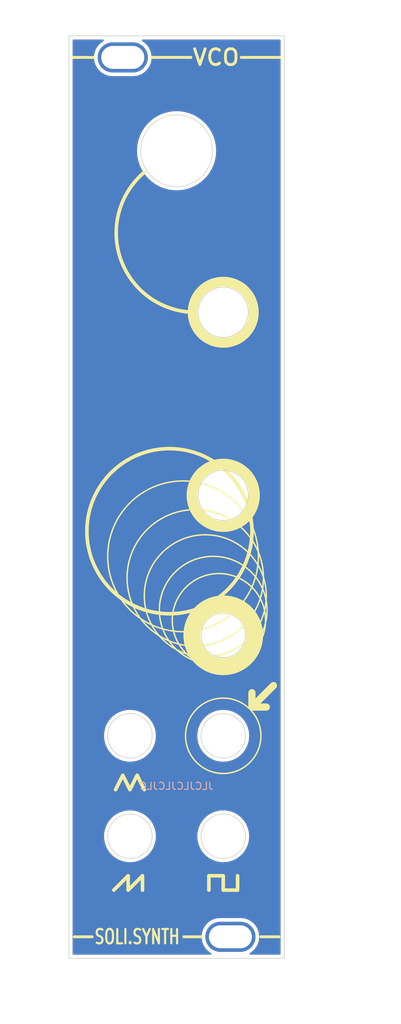
<source format=kicad_pcb>
(kicad_pcb (version 20211014) (generator pcbnew)
  (layers (0 "F.Cu" signal) (31 "B.Cu" signal) (34 "B.Paste" user) (35 "F.Paste" user) (36 "B.SilkS" user "B.Silkscreen") (37 "F.SilkS" user "F.Silkscreen") (38 "B.Mask" user) (39 "F.Mask" user) (44 "Edge.Cuts" user))
  (net 0 "")
  (footprint "mechanical:eurorack_screw_hole" (layer "F.Cu") (at 122.5 147)
    (fp_text reference "REF**" hide)
    (fp_text value "eurorack_screw_hole")
    (pad "1" thru_hole oval locked (at 0 0) (size 7 4.2) (drill oval 6 3.2) (layers *.Cu *.Mask))
  )
  (footprint "mechanical:eurorack_screw_hole" (layer "F.Cu") (at 107.5 24.5)
    (fp_text reference "REF**" hide)
    (fp_text value "eurorack_screw_hole")
    (pad "1" thru_hole oval locked (at 0 0) (size 7 4.2) (drill oval 6 3.2) (layers *.Cu *.Mask))
  )
  (gr_line (start 108.5 126.5) (end 107.5 124.5) (layer "F.SilkS") (width 0.5))
  (gr_circle (center 121.5 119) (end 126.75 119) (layer "F.SilkS") (width 0.2) (fill none))
  (gr_line (start 107.5 124.5) (end 106.5 126.5) (layer "F.SilkS") (width 0.5))
  (gr_line (start 110.25 138.5) (end 110.25 140.5) (layer "F.SilkS") (width 0.5))
  (gr_line (start 111.5 24.5) (end 117 24.5) (layer "F.SilkS") (width 0.4))
  (gr_line (start 108.25 140.5) (end 110.25 138.5) (layer "F.SilkS") (width 0.5))
  (gr_line (start 116 147) (end 118.5 147) (layer "F.SilkS") (width 0.4))
  (gr_circle (center 119 99.5) (end 127.5 99.5) (layer "F.SilkS") (width 0.2) (fill none))
  (gr_line (start 126.75 147) (end 129.25 147) (layer "F.SilkS") (width 0.4))
  (gr_line (start 127.5 115) (end 125.5 115) (layer "F.SilkS") (width 1))
  (gr_circle (center 120.1 101.5) (end 127.6 101.5) (layer "F.SilkS") (width 0.2) (fill none))
  (gr_circle (center 121.5 105) (end 125.8 105) (layer "F.SilkS") (width 2.5) (fill none))
  (gr_line (start 109.5 124.5) (end 108.5 126.5) (layer "F.SilkS") (width 0.5))
  (gr_line (start 125.5 115) (end 128.5 112) (layer "F.SilkS") (width 1))
  (gr_line (start 125.5 115) (end 125.5 113) (layer "F.SilkS") (width 1))
  (gr_line (start 119.5 138.5) (end 121.5 138.5) (layer "F.SilkS") (width 0.5))
  (gr_circle (center 114 90.5) (end 125.5 90.5) (layer "F.SilkS") (width 0.5) (fill none))
  (gr_circle (center 121.5 85.5) (end 125.8 85.5) (layer "F.SilkS") (width 1.6) (fill none))
  (gr_circle (center 115.9 94) (end 126.4 94) (layer "F.SilkS") (width 0.2) (fill none))
  (gr_line (start 106.25 140.5) (end 108.25 138.5) (layer "F.SilkS") (width 0.5))
  (gr_line (start 121.5 138.5) (end 121.5 140.5) (layer "F.SilkS") (width 0.5))
  (gr_line (start 124 24.5) (end 129.5 24.5) (layer "F.SilkS") (width 0.4))
  (gr_line (start 121.5 140.5) (end 123.5 140.5) (layer "F.SilkS") (width 0.5))
  (gr_line (start 100.5 24.5) (end 103.5 24.5) (layer "F.SilkS") (width 0.4))
  (gr_line (start 123.5 138.5) (end 123.5 140.5) (layer "F.SilkS") (width 0.5))
  (gr_circle (center 120.9 102.9) (end 127.4 102.9) (layer "F.SilkS") (width 0.2) (fill none))
  (gr_line (start 108.25 138.5) (end 108.25 140.5) (layer "F.SilkS") (width 0.5))
  (gr_line (start 110.5 126.5) (end 109.5 124.5) (layer "F.SilkS") (width 0.5))
  (gr_arc (start 117.257359 60) (mid 107.196466 52.565597) (end 110.5 40.5) (layer "F.SilkS") (width 0.5))
  (gr_line (start 100.75 147) (end 103.25 147) (layer "F.SilkS") (width 0.4))
  (gr_circle (center 121.5 60) (end 125.742641 60) (layer "F.SilkS") (width 1.4) (fill none))
  (gr_line (start 119.5 140.5) (end 119.5 138.5) (layer "F.SilkS") (width 0.5))
  (gr_circle (center 117.6 97) (end 127.1 97) (layer "F.SilkS") (width 0.2) (fill none))
  (gr_circle (center 121.5 119) (end 124.6 119) (layer "Edge.Cuts") (width 0.1) (fill none))
  (gr_circle (center 121.5 60) (end 125 60) (layer "Edge.Cuts") (width 0.1) (fill none))
  (gr_line (start 130 150) (end 130 21.5) (layer "Edge.Cuts") (width 0.1))
  (gr_circle (center 121.5 133) (end 124.6 133) (layer "Edge.Cuts") (width 0.1) (fill none))
  (gr_circle (center 108.5 133) (end 111.6 133) (layer "Edge.Cuts") (width 0.1) (fill none))
  (gr_line (start 130 21.5) (end 100 21.5) (layer "Edge.Cuts") (width 0.1))
  (gr_line (start 100 21.5) (end 100 150) (layer "Edge.Cuts") (width 0.1))
  (gr_line (start 100 150) (end 130 150) (layer "Edge.Cuts") (width 0.1))
  (gr_circle (center 115 37.5) (end 120 37.5) (layer "Edge.Cuts") (width 0.1) (fill none))
  (gr_circle (center 108.5 119) (end 111.6 119) (layer "Edge.Cuts") (width 0.1) (fill none))
  (gr_circle (center 121.5 85.5) (end 125 85.5) (layer "Edge.Cuts") (width 0.1) (fill none))
  (gr_circle (center 121.5 105) (end 124.6 105) (layer "Edge.Cuts") (width 0.1) (fill none))
  (gr_text "JLCJLCJLCJLC" (at 115 126) (layer "B.SilkS") (effects (font (size 1 1)) (justify mirror)))
  (gr_text "SOLI.SYNTH" (at 109.5 147) (layer "F.SilkS") (effects (font (size 2 1.4) (thickness 0.3))))
  (gr_text "VCO" (at 120.5 24.5) (layer "F.SilkS") (effects (font (size 2.2 2.2) (thickness 0.4))))
  (zone (net 0) (net_name "") (layer "F.Cu") (connect_pads (clearance 0.508)) (min_thickness 0.254) (fill yes (thermal_gap 0.508) (thermal_bridge_width 0.508))
    (polygon (pts (xy 130 150) (xy 100 150) (xy 100 21.5) (xy 130 21.5)))
  )
  (zone (net 0) (net_name "") (layer "B.Cu") (connect_pads (clearance 0.508)) (min_thickness 0.254) (fill yes (thermal_gap 0.508) (thermal_bridge_width 0.508))
    (polygon (pts (xy 130 150) (xy 100 150) (xy 100 21.5) (xy 130 21.5)))
  )
)
</source>
